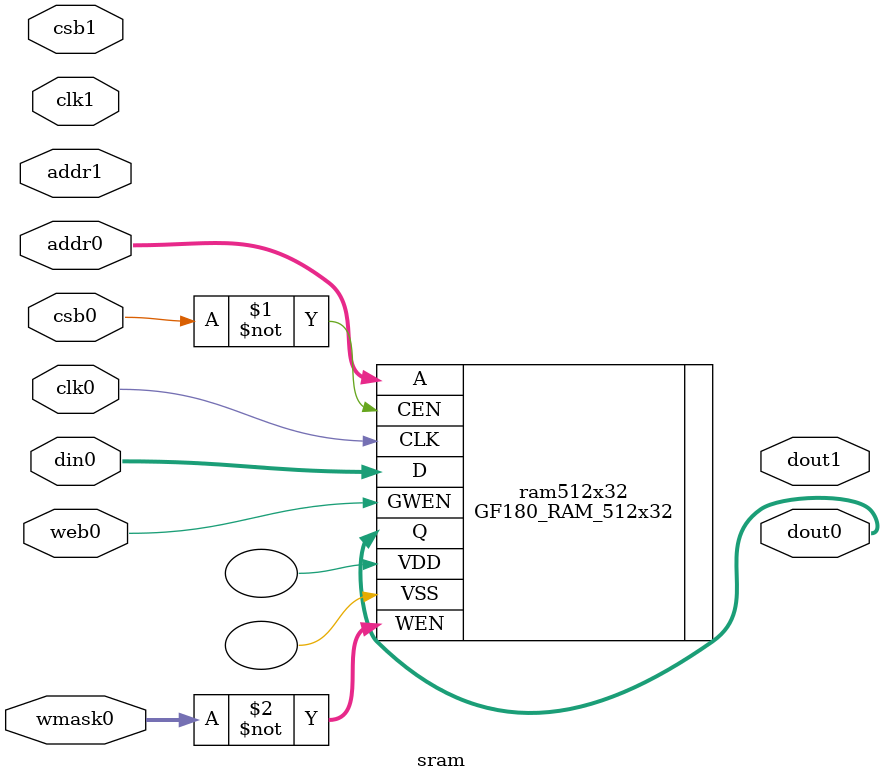
<source format=v>
module sram(
// Port 0: RW
    clk0,csb0,web0,wmask0,addr0,din0,dout0,
// Port 1: R
    clk1,csb1,addr1,dout1
);

    parameter   NUM_WMASKS  = 4 ;
    parameter   DATA_WIDTH  = 32 ;
    parameter   ADDR_WIDTH  = 9 ;
    parameter   RAM_DEPTH   = 1 << ADDR_WIDTH;

    input                   clk0; // clock
    input                   csb0; // active low chip select
    input                   web0; // active low write control
    input [NUM_WMASKS-1:0]  wmask0; // write mask
    input [ADDR_WIDTH-1:0]  addr0;
    input [DATA_WIDTH-1:0]  din0;
    output [DATA_WIDTH-1:0] dout0;
    input                   clk1; // clock
    input                   csb1; // active low chip select
    input [ADDR_WIDTH-1:0]  addr1;
    output [DATA_WIDTH-1:0] dout1;


    GF180_RAM_512x32 ram512x32 (    .CLK(clk0), 
                                    .CEN(~csb0), 
                                    .GWEN(web0), 
                                    .WEN(~wmask0), 
                                    .A(addr0), 
                                    .D(din0), 
                                    .Q(dout0), 
                                    .VDD(), 
                                    .VSS() 
                                );

endmodule 

</source>
